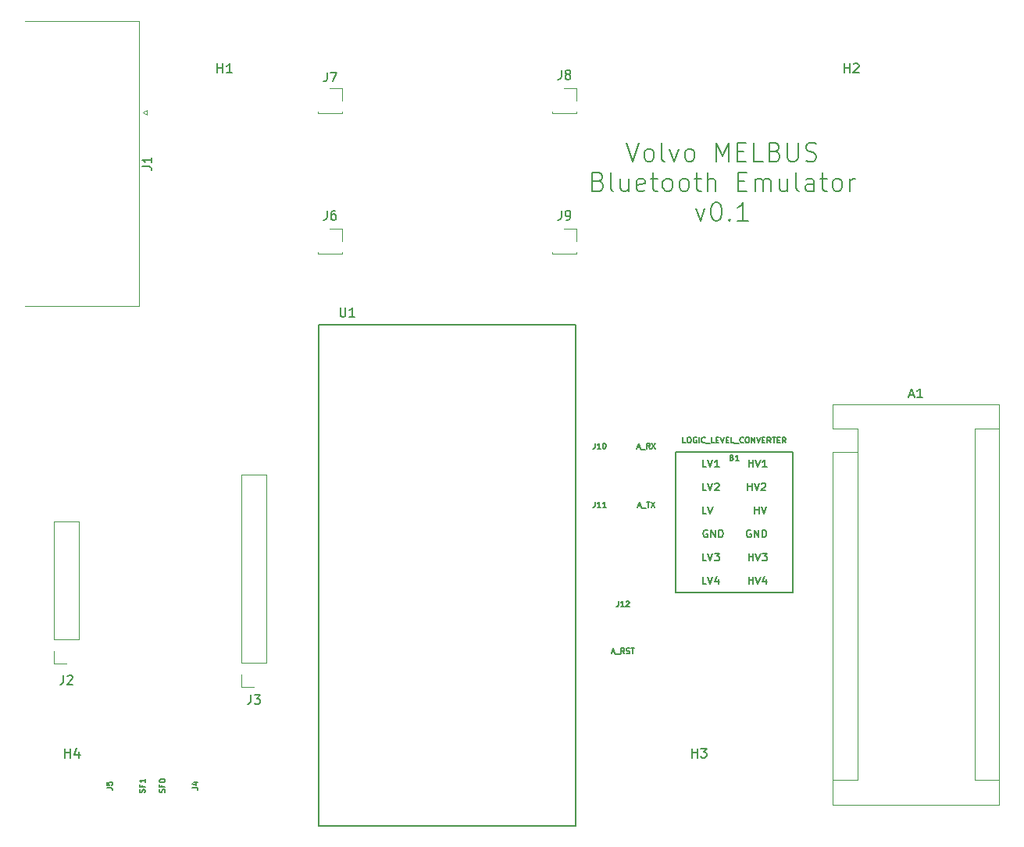
<source format=gbr>
%TF.GenerationSoftware,KiCad,Pcbnew,(6.0.4)*%
%TF.CreationDate,2022-04-10T11:22:50+03:00*%
%TF.ProjectId,volvo_bt_board,766f6c76-6f5f-4627-945f-626f6172642e,rev?*%
%TF.SameCoordinates,Original*%
%TF.FileFunction,Legend,Top*%
%TF.FilePolarity,Positive*%
%FSLAX46Y46*%
G04 Gerber Fmt 4.6, Leading zero omitted, Abs format (unit mm)*
G04 Created by KiCad (PCBNEW (6.0.4)) date 2022-04-10 11:22:50*
%MOMM*%
%LPD*%
G01*
G04 APERTURE LIST*
%ADD10C,0.150000*%
%ADD11C,0.127000*%
%ADD12C,0.152400*%
%ADD13C,0.120000*%
G04 APERTURE END LIST*
D10*
X136939047Y-62359761D02*
X137605714Y-64359761D01*
X138272380Y-62359761D01*
X139224761Y-64359761D02*
X139034285Y-64264523D01*
X138939047Y-64169285D01*
X138843809Y-63978809D01*
X138843809Y-63407380D01*
X138939047Y-63216904D01*
X139034285Y-63121666D01*
X139224761Y-63026428D01*
X139510476Y-63026428D01*
X139700952Y-63121666D01*
X139796190Y-63216904D01*
X139891428Y-63407380D01*
X139891428Y-63978809D01*
X139796190Y-64169285D01*
X139700952Y-64264523D01*
X139510476Y-64359761D01*
X139224761Y-64359761D01*
X141034285Y-64359761D02*
X140843809Y-64264523D01*
X140748571Y-64074047D01*
X140748571Y-62359761D01*
X141605714Y-63026428D02*
X142081904Y-64359761D01*
X142558095Y-63026428D01*
X143605714Y-64359761D02*
X143415238Y-64264523D01*
X143320000Y-64169285D01*
X143224761Y-63978809D01*
X143224761Y-63407380D01*
X143320000Y-63216904D01*
X143415238Y-63121666D01*
X143605714Y-63026428D01*
X143891428Y-63026428D01*
X144081904Y-63121666D01*
X144177142Y-63216904D01*
X144272380Y-63407380D01*
X144272380Y-63978809D01*
X144177142Y-64169285D01*
X144081904Y-64264523D01*
X143891428Y-64359761D01*
X143605714Y-64359761D01*
X146653333Y-64359761D02*
X146653333Y-62359761D01*
X147320000Y-63788333D01*
X147986666Y-62359761D01*
X147986666Y-64359761D01*
X148939047Y-63312142D02*
X149605714Y-63312142D01*
X149891428Y-64359761D02*
X148939047Y-64359761D01*
X148939047Y-62359761D01*
X149891428Y-62359761D01*
X151700952Y-64359761D02*
X150748571Y-64359761D01*
X150748571Y-62359761D01*
X153034285Y-63312142D02*
X153320000Y-63407380D01*
X153415238Y-63502619D01*
X153510476Y-63693095D01*
X153510476Y-63978809D01*
X153415238Y-64169285D01*
X153320000Y-64264523D01*
X153129523Y-64359761D01*
X152367619Y-64359761D01*
X152367619Y-62359761D01*
X153034285Y-62359761D01*
X153224761Y-62455000D01*
X153320000Y-62550238D01*
X153415238Y-62740714D01*
X153415238Y-62931190D01*
X153320000Y-63121666D01*
X153224761Y-63216904D01*
X153034285Y-63312142D01*
X152367619Y-63312142D01*
X154367619Y-62359761D02*
X154367619Y-63978809D01*
X154462857Y-64169285D01*
X154558095Y-64264523D01*
X154748571Y-64359761D01*
X155129523Y-64359761D01*
X155320000Y-64264523D01*
X155415238Y-64169285D01*
X155510476Y-63978809D01*
X155510476Y-62359761D01*
X156367619Y-64264523D02*
X156653333Y-64359761D01*
X157129523Y-64359761D01*
X157320000Y-64264523D01*
X157415238Y-64169285D01*
X157510476Y-63978809D01*
X157510476Y-63788333D01*
X157415238Y-63597857D01*
X157320000Y-63502619D01*
X157129523Y-63407380D01*
X156748571Y-63312142D01*
X156558095Y-63216904D01*
X156462857Y-63121666D01*
X156367619Y-62931190D01*
X156367619Y-62740714D01*
X156462857Y-62550238D01*
X156558095Y-62455000D01*
X156748571Y-62359761D01*
X157224761Y-62359761D01*
X157510476Y-62455000D01*
X133891428Y-66532142D02*
X134177142Y-66627380D01*
X134272380Y-66722619D01*
X134367619Y-66913095D01*
X134367619Y-67198809D01*
X134272380Y-67389285D01*
X134177142Y-67484523D01*
X133986666Y-67579761D01*
X133224761Y-67579761D01*
X133224761Y-65579761D01*
X133891428Y-65579761D01*
X134081904Y-65675000D01*
X134177142Y-65770238D01*
X134272380Y-65960714D01*
X134272380Y-66151190D01*
X134177142Y-66341666D01*
X134081904Y-66436904D01*
X133891428Y-66532142D01*
X133224761Y-66532142D01*
X135510476Y-67579761D02*
X135320000Y-67484523D01*
X135224761Y-67294047D01*
X135224761Y-65579761D01*
X137129523Y-66246428D02*
X137129523Y-67579761D01*
X136272380Y-66246428D02*
X136272380Y-67294047D01*
X136367619Y-67484523D01*
X136558095Y-67579761D01*
X136843809Y-67579761D01*
X137034285Y-67484523D01*
X137129523Y-67389285D01*
X138843809Y-67484523D02*
X138653333Y-67579761D01*
X138272380Y-67579761D01*
X138081904Y-67484523D01*
X137986666Y-67294047D01*
X137986666Y-66532142D01*
X138081904Y-66341666D01*
X138272380Y-66246428D01*
X138653333Y-66246428D01*
X138843809Y-66341666D01*
X138939047Y-66532142D01*
X138939047Y-66722619D01*
X137986666Y-66913095D01*
X139510476Y-66246428D02*
X140272380Y-66246428D01*
X139796190Y-65579761D02*
X139796190Y-67294047D01*
X139891428Y-67484523D01*
X140081904Y-67579761D01*
X140272380Y-67579761D01*
X141224761Y-67579761D02*
X141034285Y-67484523D01*
X140939047Y-67389285D01*
X140843809Y-67198809D01*
X140843809Y-66627380D01*
X140939047Y-66436904D01*
X141034285Y-66341666D01*
X141224761Y-66246428D01*
X141510476Y-66246428D01*
X141700952Y-66341666D01*
X141796190Y-66436904D01*
X141891428Y-66627380D01*
X141891428Y-67198809D01*
X141796190Y-67389285D01*
X141700952Y-67484523D01*
X141510476Y-67579761D01*
X141224761Y-67579761D01*
X143034285Y-67579761D02*
X142843809Y-67484523D01*
X142748571Y-67389285D01*
X142653333Y-67198809D01*
X142653333Y-66627380D01*
X142748571Y-66436904D01*
X142843809Y-66341666D01*
X143034285Y-66246428D01*
X143320000Y-66246428D01*
X143510476Y-66341666D01*
X143605714Y-66436904D01*
X143700952Y-66627380D01*
X143700952Y-67198809D01*
X143605714Y-67389285D01*
X143510476Y-67484523D01*
X143320000Y-67579761D01*
X143034285Y-67579761D01*
X144272380Y-66246428D02*
X145034285Y-66246428D01*
X144558095Y-65579761D02*
X144558095Y-67294047D01*
X144653333Y-67484523D01*
X144843809Y-67579761D01*
X145034285Y-67579761D01*
X145700952Y-67579761D02*
X145700952Y-65579761D01*
X146558095Y-67579761D02*
X146558095Y-66532142D01*
X146462857Y-66341666D01*
X146272380Y-66246428D01*
X145986666Y-66246428D01*
X145796190Y-66341666D01*
X145700952Y-66436904D01*
X149034285Y-66532142D02*
X149700952Y-66532142D01*
X149986666Y-67579761D02*
X149034285Y-67579761D01*
X149034285Y-65579761D01*
X149986666Y-65579761D01*
X150843809Y-67579761D02*
X150843809Y-66246428D01*
X150843809Y-66436904D02*
X150939047Y-66341666D01*
X151129523Y-66246428D01*
X151415238Y-66246428D01*
X151605714Y-66341666D01*
X151700952Y-66532142D01*
X151700952Y-67579761D01*
X151700952Y-66532142D02*
X151796190Y-66341666D01*
X151986666Y-66246428D01*
X152272380Y-66246428D01*
X152462857Y-66341666D01*
X152558095Y-66532142D01*
X152558095Y-67579761D01*
X154367619Y-66246428D02*
X154367619Y-67579761D01*
X153510476Y-66246428D02*
X153510476Y-67294047D01*
X153605714Y-67484523D01*
X153796190Y-67579761D01*
X154081904Y-67579761D01*
X154272380Y-67484523D01*
X154367619Y-67389285D01*
X155605714Y-67579761D02*
X155415238Y-67484523D01*
X155320000Y-67294047D01*
X155320000Y-65579761D01*
X157224761Y-67579761D02*
X157224761Y-66532142D01*
X157129523Y-66341666D01*
X156939047Y-66246428D01*
X156558095Y-66246428D01*
X156367619Y-66341666D01*
X157224761Y-67484523D02*
X157034285Y-67579761D01*
X156558095Y-67579761D01*
X156367619Y-67484523D01*
X156272380Y-67294047D01*
X156272380Y-67103571D01*
X156367619Y-66913095D01*
X156558095Y-66817857D01*
X157034285Y-66817857D01*
X157224761Y-66722619D01*
X157891428Y-66246428D02*
X158653333Y-66246428D01*
X158177142Y-65579761D02*
X158177142Y-67294047D01*
X158272380Y-67484523D01*
X158462857Y-67579761D01*
X158653333Y-67579761D01*
X159605714Y-67579761D02*
X159415238Y-67484523D01*
X159320000Y-67389285D01*
X159224761Y-67198809D01*
X159224761Y-66627380D01*
X159320000Y-66436904D01*
X159415238Y-66341666D01*
X159605714Y-66246428D01*
X159891428Y-66246428D01*
X160081904Y-66341666D01*
X160177142Y-66436904D01*
X160272380Y-66627380D01*
X160272380Y-67198809D01*
X160177142Y-67389285D01*
X160081904Y-67484523D01*
X159891428Y-67579761D01*
X159605714Y-67579761D01*
X161129523Y-67579761D02*
X161129523Y-66246428D01*
X161129523Y-66627380D02*
X161224761Y-66436904D01*
X161320000Y-66341666D01*
X161510476Y-66246428D01*
X161700952Y-66246428D01*
X144462857Y-69466428D02*
X144939047Y-70799761D01*
X145415238Y-69466428D01*
X146558095Y-68799761D02*
X146748571Y-68799761D01*
X146939047Y-68895000D01*
X147034285Y-68990238D01*
X147129523Y-69180714D01*
X147224761Y-69561666D01*
X147224761Y-70037857D01*
X147129523Y-70418809D01*
X147034285Y-70609285D01*
X146939047Y-70704523D01*
X146748571Y-70799761D01*
X146558095Y-70799761D01*
X146367619Y-70704523D01*
X146272380Y-70609285D01*
X146177142Y-70418809D01*
X146081904Y-70037857D01*
X146081904Y-69561666D01*
X146177142Y-69180714D01*
X146272380Y-68990238D01*
X146367619Y-68895000D01*
X146558095Y-68799761D01*
X148081904Y-70609285D02*
X148177142Y-70704523D01*
X148081904Y-70799761D01*
X147986666Y-70704523D01*
X148081904Y-70609285D01*
X148081904Y-70799761D01*
X150081904Y-70799761D02*
X148939047Y-70799761D01*
X149510476Y-70799761D02*
X149510476Y-68799761D01*
X149320000Y-69085476D01*
X149129523Y-69275952D01*
X148939047Y-69371190D01*
%TO.C,H3*%
X144018095Y-129032380D02*
X144018095Y-128032380D01*
X144018095Y-128508571D02*
X144589523Y-128508571D01*
X144589523Y-129032380D02*
X144589523Y-128032380D01*
X144970476Y-128032380D02*
X145589523Y-128032380D01*
X145256190Y-128413333D01*
X145399047Y-128413333D01*
X145494285Y-128460952D01*
X145541904Y-128508571D01*
X145589523Y-128603809D01*
X145589523Y-128841904D01*
X145541904Y-128937142D01*
X145494285Y-128984761D01*
X145399047Y-129032380D01*
X145113333Y-129032380D01*
X145018095Y-128984761D01*
X144970476Y-128937142D01*
%TO.C,J9*%
X129841666Y-69707380D02*
X129841666Y-70421666D01*
X129794047Y-70564523D01*
X129698809Y-70659761D01*
X129555952Y-70707380D01*
X129460714Y-70707380D01*
X130365476Y-70707380D02*
X130555952Y-70707380D01*
X130651190Y-70659761D01*
X130698809Y-70612142D01*
X130794047Y-70469285D01*
X130841666Y-70278809D01*
X130841666Y-69897857D01*
X130794047Y-69802619D01*
X130746428Y-69755000D01*
X130651190Y-69707380D01*
X130460714Y-69707380D01*
X130365476Y-69755000D01*
X130317857Y-69802619D01*
X130270238Y-69897857D01*
X130270238Y-70135952D01*
X130317857Y-70231190D01*
X130365476Y-70278809D01*
X130460714Y-70326428D01*
X130651190Y-70326428D01*
X130746428Y-70278809D01*
X130794047Y-70231190D01*
X130841666Y-70135952D01*
%TO.C,J6*%
X104441666Y-69707380D02*
X104441666Y-70421666D01*
X104394047Y-70564523D01*
X104298809Y-70659761D01*
X104155952Y-70707380D01*
X104060714Y-70707380D01*
X105346428Y-69707380D02*
X105155952Y-69707380D01*
X105060714Y-69755000D01*
X105013095Y-69802619D01*
X104917857Y-69945476D01*
X104870238Y-70135952D01*
X104870238Y-70516904D01*
X104917857Y-70612142D01*
X104965476Y-70659761D01*
X105060714Y-70707380D01*
X105251190Y-70707380D01*
X105346428Y-70659761D01*
X105394047Y-70612142D01*
X105441666Y-70516904D01*
X105441666Y-70278809D01*
X105394047Y-70183571D01*
X105346428Y-70135952D01*
X105251190Y-70088333D01*
X105060714Y-70088333D01*
X104965476Y-70135952D01*
X104917857Y-70183571D01*
X104870238Y-70278809D01*
%TO.C,H1*%
X92583095Y-54737380D02*
X92583095Y-53737380D01*
X92583095Y-54213571D02*
X93154523Y-54213571D01*
X93154523Y-54737380D02*
X93154523Y-53737380D01*
X94154523Y-54737380D02*
X93583095Y-54737380D01*
X93868809Y-54737380D02*
X93868809Y-53737380D01*
X93773571Y-53880238D01*
X93678333Y-53975476D01*
X93583095Y-54023095D01*
%TO.C,J7*%
X104441666Y-54697380D02*
X104441666Y-55411666D01*
X104394047Y-55554523D01*
X104298809Y-55649761D01*
X104155952Y-55697380D01*
X104060714Y-55697380D01*
X104822619Y-54697380D02*
X105489285Y-54697380D01*
X105060714Y-55697380D01*
D11*
%TO.C,J10*%
X133491514Y-94916171D02*
X133491514Y-95351600D01*
X133462485Y-95438685D01*
X133404428Y-95496742D01*
X133317342Y-95525771D01*
X133259285Y-95525771D01*
X134101114Y-95525771D02*
X133752771Y-95525771D01*
X133926942Y-95525771D02*
X133926942Y-94916171D01*
X133868885Y-95003257D01*
X133810828Y-95061314D01*
X133752771Y-95090342D01*
X134478485Y-94916171D02*
X134536542Y-94916171D01*
X134594600Y-94945200D01*
X134623628Y-94974228D01*
X134652657Y-95032285D01*
X134681685Y-95148400D01*
X134681685Y-95293542D01*
X134652657Y-95409657D01*
X134623628Y-95467714D01*
X134594600Y-95496742D01*
X134536542Y-95525771D01*
X134478485Y-95525771D01*
X134420428Y-95496742D01*
X134391400Y-95467714D01*
X134362371Y-95409657D01*
X134333342Y-95293542D01*
X134333342Y-95148400D01*
X134362371Y-95032285D01*
X134391400Y-94974228D01*
X134420428Y-94945200D01*
X134478485Y-94916171D01*
X138092542Y-95351600D02*
X138382828Y-95351600D01*
X138034485Y-95525771D02*
X138237685Y-94916171D01*
X138440885Y-95525771D01*
X138498942Y-95583828D02*
X138963400Y-95583828D01*
X139456885Y-95525771D02*
X139253685Y-95235485D01*
X139108542Y-95525771D02*
X139108542Y-94916171D01*
X139340771Y-94916171D01*
X139398828Y-94945200D01*
X139427857Y-94974228D01*
X139456885Y-95032285D01*
X139456885Y-95119371D01*
X139427857Y-95177428D01*
X139398828Y-95206457D01*
X139340771Y-95235485D01*
X139108542Y-95235485D01*
X139660085Y-94916171D02*
X140066485Y-95525771D01*
X140066485Y-94916171D02*
X139660085Y-95525771D01*
D10*
%TO.C,H2*%
X160528095Y-54737380D02*
X160528095Y-53737380D01*
X160528095Y-54213571D02*
X161099523Y-54213571D01*
X161099523Y-54737380D02*
X161099523Y-53737380D01*
X161528095Y-53832619D02*
X161575714Y-53785000D01*
X161670952Y-53737380D01*
X161909047Y-53737380D01*
X162004285Y-53785000D01*
X162051904Y-53832619D01*
X162099523Y-53927857D01*
X162099523Y-54023095D01*
X162051904Y-54165952D01*
X161480476Y-54737380D01*
X162099523Y-54737380D01*
%TO.C,A1*%
X167570714Y-89701666D02*
X168046904Y-89701666D01*
X167475476Y-89987380D02*
X167808809Y-88987380D01*
X168142142Y-89987380D01*
X168999285Y-89987380D02*
X168427857Y-89987380D01*
X168713571Y-89987380D02*
X168713571Y-88987380D01*
X168618333Y-89130238D01*
X168523095Y-89225476D01*
X168427857Y-89273095D01*
D11*
%TO.C,J4*%
X89836171Y-132283200D02*
X90271600Y-132283200D01*
X90358685Y-132312228D01*
X90416742Y-132370285D01*
X90445771Y-132457371D01*
X90445771Y-132515428D01*
X90039371Y-131731657D02*
X90445771Y-131731657D01*
X89807142Y-131876800D02*
X90242571Y-132021942D01*
X90242571Y-131644571D01*
X86860742Y-132805714D02*
X86889771Y-132718628D01*
X86889771Y-132573485D01*
X86860742Y-132515428D01*
X86831714Y-132486400D01*
X86773657Y-132457371D01*
X86715600Y-132457371D01*
X86657542Y-132486400D01*
X86628514Y-132515428D01*
X86599485Y-132573485D01*
X86570457Y-132689600D01*
X86541428Y-132747657D01*
X86512400Y-132776685D01*
X86454342Y-132805714D01*
X86396285Y-132805714D01*
X86338228Y-132776685D01*
X86309200Y-132747657D01*
X86280171Y-132689600D01*
X86280171Y-132544457D01*
X86309200Y-132457371D01*
X86570457Y-131992914D02*
X86570457Y-132196114D01*
X86889771Y-132196114D02*
X86280171Y-132196114D01*
X86280171Y-131905828D01*
X86280171Y-131557485D02*
X86280171Y-131499428D01*
X86309200Y-131441371D01*
X86338228Y-131412342D01*
X86396285Y-131383314D01*
X86512400Y-131354285D01*
X86657542Y-131354285D01*
X86773657Y-131383314D01*
X86831714Y-131412342D01*
X86860742Y-131441371D01*
X86889771Y-131499428D01*
X86889771Y-131557485D01*
X86860742Y-131615542D01*
X86831714Y-131644571D01*
X86773657Y-131673600D01*
X86657542Y-131702628D01*
X86512400Y-131702628D01*
X86396285Y-131673600D01*
X86338228Y-131644571D01*
X86309200Y-131615542D01*
X86280171Y-131557485D01*
D10*
%TO.C,J3*%
X96186666Y-122227380D02*
X96186666Y-122941666D01*
X96139047Y-123084523D01*
X96043809Y-123179761D01*
X95900952Y-123227380D01*
X95805714Y-123227380D01*
X96567619Y-122227380D02*
X97186666Y-122227380D01*
X96853333Y-122608333D01*
X96996190Y-122608333D01*
X97091428Y-122655952D01*
X97139047Y-122703571D01*
X97186666Y-122798809D01*
X97186666Y-123036904D01*
X97139047Y-123132142D01*
X97091428Y-123179761D01*
X96996190Y-123227380D01*
X96710476Y-123227380D01*
X96615238Y-123179761D01*
X96567619Y-123132142D01*
%TO.C,H4*%
X76073095Y-129032380D02*
X76073095Y-128032380D01*
X76073095Y-128508571D02*
X76644523Y-128508571D01*
X76644523Y-129032380D02*
X76644523Y-128032380D01*
X77549285Y-128365714D02*
X77549285Y-129032380D01*
X77311190Y-127984761D02*
X77073095Y-128699047D01*
X77692142Y-128699047D01*
D11*
%TO.C,B1*%
X148343257Y-96476457D02*
X148430342Y-96505485D01*
X148459371Y-96534514D01*
X148488400Y-96592571D01*
X148488400Y-96679657D01*
X148459371Y-96737714D01*
X148430342Y-96766742D01*
X148372285Y-96795771D01*
X148140057Y-96795771D01*
X148140057Y-96186171D01*
X148343257Y-96186171D01*
X148401314Y-96215200D01*
X148430342Y-96244228D01*
X148459371Y-96302285D01*
X148459371Y-96360342D01*
X148430342Y-96418400D01*
X148401314Y-96447428D01*
X148343257Y-96476457D01*
X148140057Y-96476457D01*
X149068971Y-96795771D02*
X148720628Y-96795771D01*
X148894800Y-96795771D02*
X148894800Y-96186171D01*
X148836742Y-96273257D01*
X148778685Y-96331314D01*
X148720628Y-96360342D01*
X143335828Y-94890771D02*
X143045542Y-94890771D01*
X143045542Y-94281171D01*
X143655142Y-94281171D02*
X143771257Y-94281171D01*
X143829314Y-94310200D01*
X143887371Y-94368257D01*
X143916400Y-94484371D01*
X143916400Y-94687571D01*
X143887371Y-94803685D01*
X143829314Y-94861742D01*
X143771257Y-94890771D01*
X143655142Y-94890771D01*
X143597085Y-94861742D01*
X143539028Y-94803685D01*
X143510000Y-94687571D01*
X143510000Y-94484371D01*
X143539028Y-94368257D01*
X143597085Y-94310200D01*
X143655142Y-94281171D01*
X144496971Y-94310200D02*
X144438914Y-94281171D01*
X144351828Y-94281171D01*
X144264742Y-94310200D01*
X144206685Y-94368257D01*
X144177657Y-94426314D01*
X144148628Y-94542428D01*
X144148628Y-94629514D01*
X144177657Y-94745628D01*
X144206685Y-94803685D01*
X144264742Y-94861742D01*
X144351828Y-94890771D01*
X144409885Y-94890771D01*
X144496971Y-94861742D01*
X144526000Y-94832714D01*
X144526000Y-94629514D01*
X144409885Y-94629514D01*
X144787257Y-94890771D02*
X144787257Y-94281171D01*
X145425885Y-94832714D02*
X145396857Y-94861742D01*
X145309771Y-94890771D01*
X145251714Y-94890771D01*
X145164628Y-94861742D01*
X145106571Y-94803685D01*
X145077542Y-94745628D01*
X145048514Y-94629514D01*
X145048514Y-94542428D01*
X145077542Y-94426314D01*
X145106571Y-94368257D01*
X145164628Y-94310200D01*
X145251714Y-94281171D01*
X145309771Y-94281171D01*
X145396857Y-94310200D01*
X145425885Y-94339228D01*
X145542000Y-94948828D02*
X146006457Y-94948828D01*
X146441885Y-94890771D02*
X146151600Y-94890771D01*
X146151600Y-94281171D01*
X146645085Y-94571457D02*
X146848285Y-94571457D01*
X146935371Y-94890771D02*
X146645085Y-94890771D01*
X146645085Y-94281171D01*
X146935371Y-94281171D01*
X147109542Y-94281171D02*
X147312742Y-94890771D01*
X147515942Y-94281171D01*
X147719142Y-94571457D02*
X147922342Y-94571457D01*
X148009428Y-94890771D02*
X147719142Y-94890771D01*
X147719142Y-94281171D01*
X148009428Y-94281171D01*
X148560971Y-94890771D02*
X148270685Y-94890771D01*
X148270685Y-94281171D01*
X148619028Y-94948828D02*
X149083485Y-94948828D01*
X149576971Y-94832714D02*
X149547942Y-94861742D01*
X149460857Y-94890771D01*
X149402800Y-94890771D01*
X149315714Y-94861742D01*
X149257657Y-94803685D01*
X149228628Y-94745628D01*
X149199600Y-94629514D01*
X149199600Y-94542428D01*
X149228628Y-94426314D01*
X149257657Y-94368257D01*
X149315714Y-94310200D01*
X149402800Y-94281171D01*
X149460857Y-94281171D01*
X149547942Y-94310200D01*
X149576971Y-94339228D01*
X149954342Y-94281171D02*
X150070457Y-94281171D01*
X150128514Y-94310200D01*
X150186571Y-94368257D01*
X150215600Y-94484371D01*
X150215600Y-94687571D01*
X150186571Y-94803685D01*
X150128514Y-94861742D01*
X150070457Y-94890771D01*
X149954342Y-94890771D01*
X149896285Y-94861742D01*
X149838228Y-94803685D01*
X149809200Y-94687571D01*
X149809200Y-94484371D01*
X149838228Y-94368257D01*
X149896285Y-94310200D01*
X149954342Y-94281171D01*
X150476857Y-94890771D02*
X150476857Y-94281171D01*
X150825200Y-94890771D01*
X150825200Y-94281171D01*
X151028400Y-94281171D02*
X151231600Y-94890771D01*
X151434800Y-94281171D01*
X151638000Y-94571457D02*
X151841200Y-94571457D01*
X151928285Y-94890771D02*
X151638000Y-94890771D01*
X151638000Y-94281171D01*
X151928285Y-94281171D01*
X152537885Y-94890771D02*
X152334685Y-94600485D01*
X152189542Y-94890771D02*
X152189542Y-94281171D01*
X152421771Y-94281171D01*
X152479828Y-94310200D01*
X152508857Y-94339228D01*
X152537885Y-94397285D01*
X152537885Y-94484371D01*
X152508857Y-94542428D01*
X152479828Y-94571457D01*
X152421771Y-94600485D01*
X152189542Y-94600485D01*
X152712057Y-94281171D02*
X153060400Y-94281171D01*
X152886228Y-94890771D02*
X152886228Y-94281171D01*
X153263600Y-94571457D02*
X153466800Y-94571457D01*
X153553885Y-94890771D02*
X153263600Y-94890771D01*
X153263600Y-94281171D01*
X153553885Y-94281171D01*
X154163485Y-94890771D02*
X153960285Y-94600485D01*
X153815142Y-94890771D02*
X153815142Y-94281171D01*
X154047371Y-94281171D01*
X154105428Y-94310200D01*
X154134457Y-94339228D01*
X154163485Y-94397285D01*
X154163485Y-94484371D01*
X154134457Y-94542428D01*
X154105428Y-94571457D01*
X154047371Y-94600485D01*
X153815142Y-94600485D01*
D12*
X150162380Y-110222695D02*
X150162380Y-109409895D01*
X150162380Y-109796942D02*
X150626838Y-109796942D01*
X150626838Y-110222695D02*
X150626838Y-109409895D01*
X150897771Y-109409895D02*
X151168704Y-110222695D01*
X151439638Y-109409895D01*
X152058914Y-109680828D02*
X152058914Y-110222695D01*
X151865390Y-109371190D02*
X151671866Y-109951761D01*
X152175028Y-109951761D01*
X150803428Y-102602695D02*
X150803428Y-101789895D01*
X150803428Y-102176942D02*
X151267885Y-102176942D01*
X151267885Y-102602695D02*
X151267885Y-101789895D01*
X151538819Y-101789895D02*
X151809752Y-102602695D01*
X152080685Y-101789895D01*
X145684723Y-104368600D02*
X145607314Y-104329895D01*
X145491200Y-104329895D01*
X145375085Y-104368600D01*
X145297676Y-104446009D01*
X145258971Y-104523419D01*
X145220266Y-104678238D01*
X145220266Y-104794352D01*
X145258971Y-104949171D01*
X145297676Y-105026580D01*
X145375085Y-105103990D01*
X145491200Y-105142695D01*
X145568609Y-105142695D01*
X145684723Y-105103990D01*
X145723428Y-105065285D01*
X145723428Y-104794352D01*
X145568609Y-104794352D01*
X146071771Y-105142695D02*
X146071771Y-104329895D01*
X146536228Y-105142695D01*
X146536228Y-104329895D01*
X146923276Y-105142695D02*
X146923276Y-104329895D01*
X147116800Y-104329895D01*
X147232914Y-104368600D01*
X147310323Y-104446009D01*
X147349028Y-104523419D01*
X147387733Y-104678238D01*
X147387733Y-104794352D01*
X147349028Y-104949171D01*
X147310323Y-105026580D01*
X147232914Y-105103990D01*
X147116800Y-105142695D01*
X146923276Y-105142695D01*
X145566190Y-110222695D02*
X145179142Y-110222695D01*
X145179142Y-109409895D01*
X145721009Y-109409895D02*
X145991942Y-110222695D01*
X146262876Y-109409895D01*
X146882152Y-109680828D02*
X146882152Y-110222695D01*
X146688628Y-109371190D02*
X146495104Y-109951761D01*
X146998266Y-109951761D01*
X145566190Y-97522695D02*
X145179142Y-97522695D01*
X145179142Y-96709895D01*
X145721009Y-96709895D02*
X145991942Y-97522695D01*
X146262876Y-96709895D01*
X146959561Y-97522695D02*
X146495104Y-97522695D01*
X146727333Y-97522695D02*
X146727333Y-96709895D01*
X146649923Y-96826009D01*
X146572514Y-96903419D01*
X146495104Y-96942123D01*
X150383723Y-104368600D02*
X150306314Y-104329895D01*
X150190200Y-104329895D01*
X150074085Y-104368600D01*
X149996676Y-104446009D01*
X149957971Y-104523419D01*
X149919266Y-104678238D01*
X149919266Y-104794352D01*
X149957971Y-104949171D01*
X149996676Y-105026580D01*
X150074085Y-105103990D01*
X150190200Y-105142695D01*
X150267609Y-105142695D01*
X150383723Y-105103990D01*
X150422428Y-105065285D01*
X150422428Y-104794352D01*
X150267609Y-104794352D01*
X150770771Y-105142695D02*
X150770771Y-104329895D01*
X151235228Y-105142695D01*
X151235228Y-104329895D01*
X151622276Y-105142695D02*
X151622276Y-104329895D01*
X151815800Y-104329895D01*
X151931914Y-104368600D01*
X152009323Y-104446009D01*
X152048028Y-104523419D01*
X152086733Y-104678238D01*
X152086733Y-104794352D01*
X152048028Y-104949171D01*
X152009323Y-105026580D01*
X151931914Y-105103990D01*
X151815800Y-105142695D01*
X151622276Y-105142695D01*
X150162380Y-97522695D02*
X150162380Y-96709895D01*
X150162380Y-97096942D02*
X150626838Y-97096942D01*
X150626838Y-97522695D02*
X150626838Y-96709895D01*
X150897771Y-96709895D02*
X151168704Y-97522695D01*
X151439638Y-96709895D01*
X152136323Y-97522695D02*
X151671866Y-97522695D01*
X151904095Y-97522695D02*
X151904095Y-96709895D01*
X151826685Y-96826009D01*
X151749276Y-96903419D01*
X151671866Y-96942123D01*
X145572238Y-102602695D02*
X145185190Y-102602695D01*
X145185190Y-101789895D01*
X145727057Y-101789895D02*
X145997990Y-102602695D01*
X146268923Y-101789895D01*
X145566190Y-100062695D02*
X145179142Y-100062695D01*
X145179142Y-99249895D01*
X145721009Y-99249895D02*
X145991942Y-100062695D01*
X146262876Y-99249895D01*
X146495104Y-99327304D02*
X146533809Y-99288600D01*
X146611219Y-99249895D01*
X146804742Y-99249895D01*
X146882152Y-99288600D01*
X146920857Y-99327304D01*
X146959561Y-99404714D01*
X146959561Y-99482123D01*
X146920857Y-99598238D01*
X146456400Y-100062695D01*
X146959561Y-100062695D01*
X150035380Y-100062695D02*
X150035380Y-99249895D01*
X150035380Y-99636942D02*
X150499838Y-99636942D01*
X150499838Y-100062695D02*
X150499838Y-99249895D01*
X150770771Y-99249895D02*
X151041704Y-100062695D01*
X151312638Y-99249895D01*
X151544866Y-99327304D02*
X151583571Y-99288600D01*
X151660980Y-99249895D01*
X151854504Y-99249895D01*
X151931914Y-99288600D01*
X151970619Y-99327304D01*
X152009323Y-99404714D01*
X152009323Y-99482123D01*
X151970619Y-99598238D01*
X151506161Y-100062695D01*
X152009323Y-100062695D01*
X145566190Y-107682695D02*
X145179142Y-107682695D01*
X145179142Y-106869895D01*
X145721009Y-106869895D02*
X145991942Y-107682695D01*
X146262876Y-106869895D01*
X146456400Y-106869895D02*
X146959561Y-106869895D01*
X146688628Y-107179533D01*
X146804742Y-107179533D01*
X146882152Y-107218238D01*
X146920857Y-107256942D01*
X146959561Y-107334352D01*
X146959561Y-107527876D01*
X146920857Y-107605285D01*
X146882152Y-107643990D01*
X146804742Y-107682695D01*
X146572514Y-107682695D01*
X146495104Y-107643990D01*
X146456400Y-107605285D01*
X150162380Y-107682695D02*
X150162380Y-106869895D01*
X150162380Y-107256942D02*
X150626838Y-107256942D01*
X150626838Y-107682695D02*
X150626838Y-106869895D01*
X150897771Y-106869895D02*
X151168704Y-107682695D01*
X151439638Y-106869895D01*
X151633161Y-106869895D02*
X152136323Y-106869895D01*
X151865390Y-107179533D01*
X151981504Y-107179533D01*
X152058914Y-107218238D01*
X152097619Y-107256942D01*
X152136323Y-107334352D01*
X152136323Y-107527876D01*
X152097619Y-107605285D01*
X152058914Y-107643990D01*
X151981504Y-107682695D01*
X151749276Y-107682695D01*
X151671866Y-107643990D01*
X151633161Y-107605285D01*
D10*
%TO.C,J1*%
X84442711Y-64928333D02*
X85156997Y-64928333D01*
X85299854Y-64975952D01*
X85395092Y-65071190D01*
X85442711Y-65214047D01*
X85442711Y-65309285D01*
X85442711Y-63928333D02*
X85442711Y-64499761D01*
X85442711Y-64214047D02*
X84442711Y-64214047D01*
X84585569Y-64309285D01*
X84680807Y-64404523D01*
X84728426Y-64499761D01*
%TO.C,U1*%
X105883626Y-80226124D02*
X105883626Y-81035960D01*
X105931263Y-81131235D01*
X105978901Y-81178873D01*
X106074175Y-81226510D01*
X106264725Y-81226510D01*
X106360000Y-81178873D01*
X106407637Y-81131235D01*
X106455275Y-81035960D01*
X106455275Y-80226124D01*
X107455661Y-81226510D02*
X106884012Y-81226510D01*
X107169836Y-81226510D02*
X107169836Y-80226124D01*
X107074561Y-80369036D01*
X106979287Y-80464311D01*
X106884012Y-80511949D01*
D11*
%TO.C,J5*%
X80565171Y-132283200D02*
X81000600Y-132283200D01*
X81087685Y-132312228D01*
X81145742Y-132370285D01*
X81174771Y-132457371D01*
X81174771Y-132515428D01*
X80565171Y-131702628D02*
X80565171Y-131992914D01*
X80855457Y-132021942D01*
X80826428Y-131992914D01*
X80797400Y-131934857D01*
X80797400Y-131789714D01*
X80826428Y-131731657D01*
X80855457Y-131702628D01*
X80913514Y-131673600D01*
X81058657Y-131673600D01*
X81116714Y-131702628D01*
X81145742Y-131731657D01*
X81174771Y-131789714D01*
X81174771Y-131934857D01*
X81145742Y-131992914D01*
X81116714Y-132021942D01*
X84701742Y-132805714D02*
X84730771Y-132718628D01*
X84730771Y-132573485D01*
X84701742Y-132515428D01*
X84672714Y-132486400D01*
X84614657Y-132457371D01*
X84556600Y-132457371D01*
X84498542Y-132486400D01*
X84469514Y-132515428D01*
X84440485Y-132573485D01*
X84411457Y-132689600D01*
X84382428Y-132747657D01*
X84353400Y-132776685D01*
X84295342Y-132805714D01*
X84237285Y-132805714D01*
X84179228Y-132776685D01*
X84150200Y-132747657D01*
X84121171Y-132689600D01*
X84121171Y-132544457D01*
X84150200Y-132457371D01*
X84411457Y-131992914D02*
X84411457Y-132196114D01*
X84730771Y-132196114D02*
X84121171Y-132196114D01*
X84121171Y-131905828D01*
X84730771Y-131354285D02*
X84730771Y-131702628D01*
X84730771Y-131528457D02*
X84121171Y-131528457D01*
X84208257Y-131586514D01*
X84266314Y-131644571D01*
X84295342Y-131702628D01*
%TO.C,J11*%
X133491514Y-101266171D02*
X133491514Y-101701600D01*
X133462485Y-101788685D01*
X133404428Y-101846742D01*
X133317342Y-101875771D01*
X133259285Y-101875771D01*
X134101114Y-101875771D02*
X133752771Y-101875771D01*
X133926942Y-101875771D02*
X133926942Y-101266171D01*
X133868885Y-101353257D01*
X133810828Y-101411314D01*
X133752771Y-101440342D01*
X134681685Y-101875771D02*
X134333342Y-101875771D01*
X134507514Y-101875771D02*
X134507514Y-101266171D01*
X134449457Y-101353257D01*
X134391400Y-101411314D01*
X134333342Y-101440342D01*
X138165114Y-101701600D02*
X138455400Y-101701600D01*
X138107057Y-101875771D02*
X138310257Y-101266171D01*
X138513457Y-101875771D01*
X138571514Y-101933828D02*
X139035971Y-101933828D01*
X139094028Y-101266171D02*
X139442371Y-101266171D01*
X139268200Y-101875771D02*
X139268200Y-101266171D01*
X139587514Y-101266171D02*
X139993914Y-101875771D01*
X139993914Y-101266171D02*
X139587514Y-101875771D01*
D10*
%TO.C,J8*%
X129841666Y-54467380D02*
X129841666Y-55181666D01*
X129794047Y-55324523D01*
X129698809Y-55419761D01*
X129555952Y-55467380D01*
X129460714Y-55467380D01*
X130460714Y-54895952D02*
X130365476Y-54848333D01*
X130317857Y-54800714D01*
X130270238Y-54705476D01*
X130270238Y-54657857D01*
X130317857Y-54562619D01*
X130365476Y-54515000D01*
X130460714Y-54467380D01*
X130651190Y-54467380D01*
X130746428Y-54515000D01*
X130794047Y-54562619D01*
X130841666Y-54657857D01*
X130841666Y-54705476D01*
X130794047Y-54800714D01*
X130746428Y-54848333D01*
X130651190Y-54895952D01*
X130460714Y-54895952D01*
X130365476Y-54943571D01*
X130317857Y-54991190D01*
X130270238Y-55086428D01*
X130270238Y-55276904D01*
X130317857Y-55372142D01*
X130365476Y-55419761D01*
X130460714Y-55467380D01*
X130651190Y-55467380D01*
X130746428Y-55419761D01*
X130794047Y-55372142D01*
X130841666Y-55276904D01*
X130841666Y-55086428D01*
X130794047Y-54991190D01*
X130746428Y-54943571D01*
X130651190Y-54895952D01*
D11*
%TO.C,J12*%
X136031514Y-112061171D02*
X136031514Y-112496600D01*
X136002485Y-112583685D01*
X135944428Y-112641742D01*
X135857342Y-112670771D01*
X135799285Y-112670771D01*
X136641114Y-112670771D02*
X136292771Y-112670771D01*
X136466942Y-112670771D02*
X136466942Y-112061171D01*
X136408885Y-112148257D01*
X136350828Y-112206314D01*
X136292771Y-112235342D01*
X136873342Y-112119228D02*
X136902371Y-112090200D01*
X136960428Y-112061171D01*
X137105571Y-112061171D01*
X137163628Y-112090200D01*
X137192657Y-112119228D01*
X137221685Y-112177285D01*
X137221685Y-112235342D01*
X137192657Y-112322428D01*
X136844314Y-112670771D01*
X137221685Y-112670771D01*
X135320314Y-117576600D02*
X135610600Y-117576600D01*
X135262257Y-117750771D02*
X135465457Y-117141171D01*
X135668657Y-117750771D01*
X135726714Y-117808828D02*
X136191171Y-117808828D01*
X136684657Y-117750771D02*
X136481457Y-117460485D01*
X136336314Y-117750771D02*
X136336314Y-117141171D01*
X136568542Y-117141171D01*
X136626600Y-117170200D01*
X136655628Y-117199228D01*
X136684657Y-117257285D01*
X136684657Y-117344371D01*
X136655628Y-117402428D01*
X136626600Y-117431457D01*
X136568542Y-117460485D01*
X136336314Y-117460485D01*
X136916885Y-117721742D02*
X137003971Y-117750771D01*
X137149114Y-117750771D01*
X137207171Y-117721742D01*
X137236200Y-117692714D01*
X137265228Y-117634657D01*
X137265228Y-117576600D01*
X137236200Y-117518542D01*
X137207171Y-117489514D01*
X137149114Y-117460485D01*
X137033000Y-117431457D01*
X136974942Y-117402428D01*
X136945914Y-117373400D01*
X136916885Y-117315342D01*
X136916885Y-117257285D01*
X136945914Y-117199228D01*
X136974942Y-117170200D01*
X137033000Y-117141171D01*
X137178142Y-117141171D01*
X137265228Y-117170200D01*
X137439400Y-117141171D02*
X137787742Y-117141171D01*
X137613571Y-117750771D02*
X137613571Y-117141171D01*
D10*
%TO.C,J2*%
X75866666Y-120102380D02*
X75866666Y-120816666D01*
X75819047Y-120959523D01*
X75723809Y-121054761D01*
X75580952Y-121102380D01*
X75485714Y-121102380D01*
X76295238Y-120197619D02*
X76342857Y-120150000D01*
X76438095Y-120102380D01*
X76676190Y-120102380D01*
X76771428Y-120150000D01*
X76819047Y-120197619D01*
X76866666Y-120292857D01*
X76866666Y-120388095D01*
X76819047Y-120530952D01*
X76247619Y-121102380D01*
X76866666Y-121102380D01*
D13*
%TO.C,J9*%
X128845000Y-74235000D02*
X128845000Y-74355000D01*
X130175000Y-71695000D02*
X131505000Y-71695000D01*
X131505000Y-71695000D02*
X131505000Y-73025000D01*
X128845000Y-74355000D02*
X131505000Y-74355000D01*
X131505000Y-74235000D02*
X131505000Y-74355000D01*
%TO.C,J6*%
X104775000Y-71695000D02*
X106105000Y-71695000D01*
X106105000Y-71695000D02*
X106105000Y-73025000D01*
X106105000Y-74235000D02*
X106105000Y-74355000D01*
X103445000Y-74355000D02*
X106105000Y-74355000D01*
X103445000Y-74235000D02*
X103445000Y-74355000D01*
%TO.C,J7*%
X104775000Y-56455000D02*
X106105000Y-56455000D01*
X106105000Y-58995000D02*
X106105000Y-59115000D01*
X103445000Y-59115000D02*
X106105000Y-59115000D01*
X106105000Y-56455000D02*
X106105000Y-57785000D01*
X103445000Y-58995000D02*
X103445000Y-59115000D01*
%TO.C,A1*%
X177305000Y-90675000D02*
X159265000Y-90675000D01*
X161935000Y-95885000D02*
X161935000Y-93345000D01*
X177305000Y-134115000D02*
X177305000Y-90675000D01*
X161935000Y-95885000D02*
X161935000Y-131445000D01*
X161935000Y-131445000D02*
X159265000Y-131445000D01*
X174635000Y-93345000D02*
X174635000Y-131445000D01*
X159265000Y-134115000D02*
X177305000Y-134115000D01*
X161935000Y-95885000D02*
X159265000Y-95885000D01*
X159265000Y-90675000D02*
X159265000Y-93345000D01*
X174635000Y-131445000D02*
X177305000Y-131445000D01*
X174635000Y-93345000D02*
X177305000Y-93345000D01*
X159265000Y-95885000D02*
X159265000Y-134115000D01*
X161935000Y-93345000D02*
X159265000Y-93345000D01*
%TO.C,J3*%
X95190000Y-118735000D02*
X95190000Y-98355000D01*
X97850000Y-98355000D02*
X95190000Y-98355000D01*
X96520000Y-121335000D02*
X95190000Y-121335000D01*
X97850000Y-118735000D02*
X97850000Y-98355000D01*
X97850000Y-118735000D02*
X95190000Y-118735000D01*
X95190000Y-121335000D02*
X95190000Y-120005000D01*
D11*
%TO.C,B1*%
X154940000Y-111125000D02*
X142240000Y-111125000D01*
X154940000Y-95885000D02*
X154940000Y-111125000D01*
X142240000Y-95885000D02*
X154940000Y-95885000D01*
X142240000Y-111125000D02*
X142240000Y-95885000D01*
D13*
%TO.C,J1*%
X84050331Y-49110000D02*
X84050331Y-80080000D01*
X71710331Y-49110000D02*
X84050331Y-49110000D01*
X84944669Y-59305000D02*
X84511656Y-59055000D01*
X84511656Y-59055000D02*
X84944669Y-58805000D01*
X84944669Y-58805000D02*
X84944669Y-59305000D01*
X84050331Y-80080000D02*
X71710331Y-80080000D01*
D11*
%TO.C,U1*%
X131425000Y-82070000D02*
X131425000Y-136470000D01*
X131425000Y-136470000D02*
X103525000Y-136470000D01*
X103525000Y-82070000D02*
X131425000Y-82070000D01*
X103525000Y-136470000D02*
X103525000Y-82070000D01*
D13*
%TO.C,J8*%
X128845000Y-58995000D02*
X128845000Y-59115000D01*
X128845000Y-59115000D02*
X131505000Y-59115000D01*
X131505000Y-58995000D02*
X131505000Y-59115000D01*
X131505000Y-56455000D02*
X131505000Y-57785000D01*
X130175000Y-56455000D02*
X131505000Y-56455000D01*
%TO.C,J2*%
X76200000Y-118795000D02*
X74870000Y-118795000D01*
X77530000Y-116195000D02*
X77530000Y-103435000D01*
X77530000Y-103435000D02*
X74870000Y-103435000D01*
X74870000Y-116195000D02*
X74870000Y-103435000D01*
X74870000Y-118795000D02*
X74870000Y-117465000D01*
X77530000Y-116195000D02*
X74870000Y-116195000D01*
%TD*%
M02*

</source>
